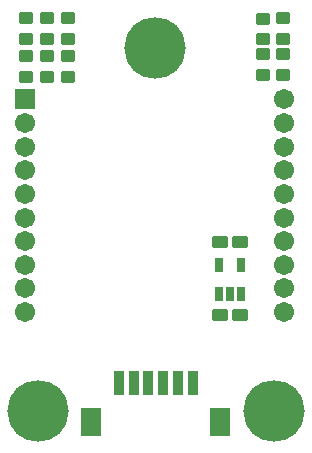
<source format=gts>
G04 Layer_Color=8388736*
%FSLAX24Y24*%
%MOIN*%
G70*
G01*
G75*
G04:AMPARAMS|DCode=28|XSize=55.2mil|YSize=39.5mil|CornerRadius=5.6mil|HoleSize=0mil|Usage=FLASHONLY|Rotation=180.000|XOffset=0mil|YOffset=0mil|HoleType=Round|Shape=RoundedRectangle|*
%AMROUNDEDRECTD28*
21,1,0.0552,0.0283,0,0,180.0*
21,1,0.0441,0.0395,0,0,180.0*
1,1,0.0112,-0.0220,0.0142*
1,1,0.0112,0.0220,0.0142*
1,1,0.0112,0.0220,-0.0142*
1,1,0.0112,-0.0220,-0.0142*
%
%ADD28ROUNDEDRECTD28*%
%ADD29R,0.0316X0.0513*%
G04:AMPARAMS|DCode=30|XSize=41.5mil|YSize=43.4mil|CornerRadius=5.7mil|HoleSize=0mil|Usage=FLASHONLY|Rotation=90.000|XOffset=0mil|YOffset=0mil|HoleType=Round|Shape=RoundedRectangle|*
%AMROUNDEDRECTD30*
21,1,0.0415,0.0321,0,0,90.0*
21,1,0.0301,0.0434,0,0,90.0*
1,1,0.0113,0.0160,0.0151*
1,1,0.0113,0.0160,-0.0151*
1,1,0.0113,-0.0160,-0.0151*
1,1,0.0113,-0.0160,0.0151*
%
%ADD30ROUNDEDRECTD30*%
%ADD31R,0.0356X0.0789*%
%ADD32R,0.0671X0.0671*%
%ADD33C,0.0671*%
%ADD34C,0.2049*%
%ADD35R,0.0710X0.0946*%
D28*
X7156Y7100D02*
D03*
X7844D02*
D03*
X7156Y4650D02*
D03*
X7844D02*
D03*
D29*
X7126Y5378D02*
D03*
X7500D02*
D03*
X7874D02*
D03*
Y6322D02*
D03*
X7126D02*
D03*
D30*
X700Y12615D02*
D03*
Y13285D02*
D03*
X1394Y12615D02*
D03*
Y13285D02*
D03*
X2089Y12615D02*
D03*
Y13285D02*
D03*
X9266Y12680D02*
D03*
Y13350D02*
D03*
X8600Y12680D02*
D03*
Y13350D02*
D03*
Y13865D02*
D03*
Y14535D02*
D03*
X2100Y13880D02*
D03*
Y14550D02*
D03*
X1406Y13880D02*
D03*
Y14550D02*
D03*
X711Y13880D02*
D03*
Y14550D02*
D03*
X9266Y13880D02*
D03*
Y14550D02*
D03*
D31*
X6248Y2395D02*
D03*
X5756D02*
D03*
X5264D02*
D03*
X4772D02*
D03*
X4280D02*
D03*
X3787D02*
D03*
D32*
X650Y11850D02*
D03*
D33*
Y11063D02*
D03*
Y10275D02*
D03*
Y9488D02*
D03*
Y8700D02*
D03*
Y7913D02*
D03*
Y7126D02*
D03*
Y6338D02*
D03*
Y5551D02*
D03*
Y4763D02*
D03*
X9311D02*
D03*
Y5551D02*
D03*
Y6338D02*
D03*
Y7126D02*
D03*
Y7913D02*
D03*
Y8700D02*
D03*
Y9488D02*
D03*
Y10275D02*
D03*
Y11063D02*
D03*
Y11850D02*
D03*
D34*
X1100Y1450D02*
D03*
X8950D02*
D03*
X5000Y13550D02*
D03*
D35*
X2850Y1100D02*
D03*
X7161D02*
D03*
M02*

</source>
